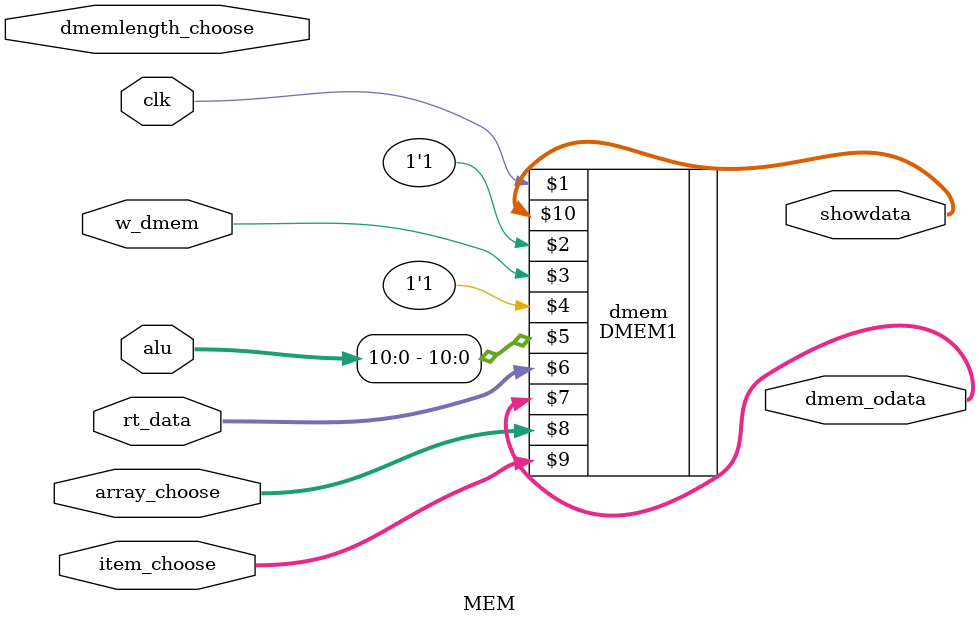
<source format=v>
`timescale 1ns / 1ps

/***********************
MEM¼¶²¿¼þ£¬¶ÔDMEM½øÐÐ²Ù×÷
************************/

module MEM(
    input clk,
    input [31:0] alu,
    input [31:0] rt_data,
    input w_dmem,
    //¶àÂ·Ñ¡ÔñÆ÷ÐÅºÅ
    input [1:0] dmemlength_choose,
    output [31:0] dmem_odata,//dmemÊä³öÐÅºÅ

    input [1:0] array_choose,
    input [5:0] item_choose,
    output [31:0] showdata
    );

    //DMEM dmem(clk,1'b1,w_dmem,1'b1,alu[10:0],rt_data,dmemlength_choose,dmem_odata);
    DMEM1 dmem(clk,1'b1,w_dmem,1'b1,alu[10:0],rt_data,dmem_odata,array_choose,item_choose,showdata);
    
endmodule

</source>
